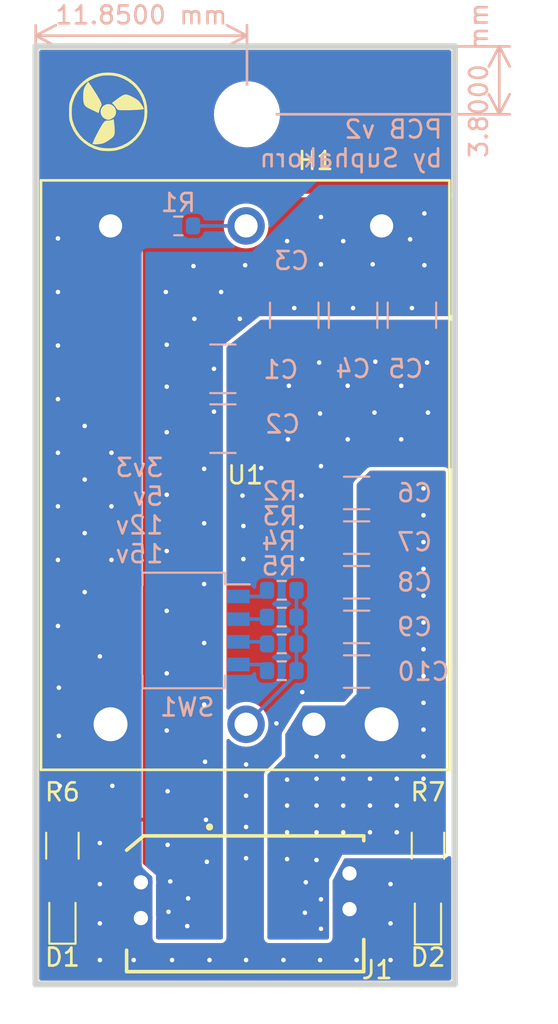
<source format=kicad_pcb>
(kicad_pcb (version 20211014) (generator pcbnew)
  (layers (0 "F.Cu" signal) (31 "B.Cu" signal) (34 "B.Paste" user) (35 "F.Paste" user) (36 "B.SilkS" user "B.Silkscreen") (37 "F.SilkS" user "F.Silkscreen") (38 "B.Mask" user) (39 "F.Mask" user) (44 "Edge.Cuts" user))
  (net 0 "")
  (net 1 "GND")
  (net 2 "Net-(D1-Pad2)")
  (net 3 "Net-(R4-Pad1)")
  (net 4 "+48V")
  (net 5 "+VSW")
  (net 6 "Net-(D2-Pad2)")
  (net 7 "Net-(R1-Pad2)")
  (net 8 "Net-(R2-Pad2)")
  (net 9 "Net-(R2-Pad1)")
  (net 10 "Net-(R3-Pad1)")
  (net 11 "Net-(R5-Pad1)")
  (footprint "LED_SMD:LED_0603_1608Metric" (layer "F.Cu") (at 139.75 124.75 90)
    (fp_text reference "D1" (at -2.25 0) (layer "F.SilkS"))
    (fp_text value "LED")
    (fp_line (start 0.8 -0.735) (end -1.485 -0.735) (layer "F.SilkS") (width 0.12))
    (fp_line (start -1.485 0.735) (end 0.8 0.735) (layer "F.SilkS") (width 0.12))
    (fp_line (start -1.485 -0.735) (end -1.485 0.735) (layer "F.SilkS") (width 0.12))
    (pad "1" smd roundrect locked (at -0.7875 0 90) (size 0.875 0.95) (layers "F.Cu" "F.Paste" "F.Mask") (net 1 "GND"))
    (pad "2" smd roundrect locked (at 0.7875 0 90) (size 0.875 0.95) (layers "F.Cu" "F.Paste" "F.Mask") (net 2 "Net-(D1-Pad2)"))
  )
  (footprint "LED_SMD:LED_0603_1608Metric" (layer "F.Cu") (at 160.25 124.7875 90)
    (fp_text reference "D2" (at -2.2125 0 180) (layer "F.SilkS"))
    (fp_text value "LED")
    (fp_line (start -1.485 0.735) (end 0.8 0.735) (layer "F.SilkS") (width 0.12))
    (fp_line (start 0.8 -0.735) (end -1.485 -0.735) (layer "F.SilkS") (width 0.12))
    (fp_line (start -1.485 -0.735) (end -1.485 0.735) (layer "F.SilkS") (width 0.12))
    (pad "1" smd roundrect locked (at -0.7875 0 90) (size 0.875 0.95) (layers "F.Cu" "F.Paste" "F.Mask") (net 1 "GND"))
    (pad "2" smd roundrect locked (at 0.7875 0 90) (size 0.875 0.95) (layers "F.Cu" "F.Paste" "F.Mask") (net 6 "Net-(D2-Pad2)"))
  )
  (footprint "extraparts:Samtec_mPOWER_UMPT_3pin" (layer "F.Cu") (at 150 124 180)
    (fp_text reference "J1" (at -7.4 -3.7) (layer "F.SilkS"))
    (fp_text value "Conn_01x03")
    (fp_line (start 6.65 -3.8) (end 6.65 -2.6) (layer "F.SilkS") (width 0.2))
    (fp_line (start -6.65 3.53) (end -6.65 3.8) (layer "F.SilkS") (width 0.2))
    (fp_line (start -6.65 3.8) (end 5.7 3.8) (layer "F.SilkS") (width 0.2))
    (fp_line (start -6.65 -3.8) (end 6.65 -3.8) (layer "F.SilkS") (width 0.2))
    (fp_line (start -6.65 -2) (end -6.65 -3.8) (layer "F.SilkS") (width 0.2))
    (fp_line (start 5.7 3.8) (end 6.65 3) (layer "F.SilkS") (width 0.2))
    (fp_circle (center 2 4.3) (end 2.1 4.3) (layer "F.SilkS") (width 0.2) (fill none))
    (pad "" thru_hole circle locked (at 5.85 -0.8 180) (size 1.308 1.308) (drill 0.8) (layers *.Cu *.Mask) (net 1 "GND"))
    (pad "" thru_hole circle locked (at 5.85 1.2 180) (size 1.308 1.308) (drill 0.8) (layers *.Cu *.Mask) (net 1 "GND"))
    (pad "" thru_hole circle locked (at -5.85 1.7 180) (size 1.308 1.308) (drill 0.8) (layers *.Cu *.Mask) (net 1 "GND"))
    (pad "" thru_hole circle locked (at -5.85 -0.3 180) (size 1.308 1.308) (drill 0.8) (layers *.Cu *.Mask) (net 1 "GND"))
    (pad "1" smd rect locked (at 2 0 180) (size 1.25 3.5) (layers "F.Cu" "F.Paste" "F.Mask") (net 4 "+48V"))
    (pad "2" smd rect locked (at 0 0 180) (size 1.25 3.5) (layers "F.Cu" "F.Paste" "F.Mask") (net 1 "GND"))
    (pad "3" smd rect locked (at -2 0 180) (size 1.25 3.5) (layers "F.Cu" "F.Paste" "F.Mask") (net 5 "+VSW"))
  )
  (footprint "Resistor_SMD:R_1206_3216Metric" (layer "F.Cu") (at 139.75 120.75 -90)
    (fp_text reference "R6" (at -3 0 180) (layer "F.SilkS"))
    (fp_text value "10k")
    (fp_line (start -0.727064 -0.91) (end 0.727064 -0.91) (layer "F.SilkS") (width 0.12))
    (fp_line (start -0.727064 0.91) (end 0.727064 0.91) (layer "F.SilkS") (width 0.12))
    (pad "1" smd roundrect locked (at -1.4625 0 270) (size 1.125 1.75) (layers "F.Cu" "F.Paste" "F.Mask") (roundrect_rratio 0.222222) (net 4 "+48V"))
    (pad "2" smd roundrect locked (at 1.4625 0 270) (size 1.125 1.75) (layers "F.Cu" "F.Paste" "F.Mask") (roundrect_rratio 0.222222) (net 2 "Net-(D1-Pad2)"))
  )
  (footprint "Resistor_SMD:R_1206_3216Metric" (layer "F.Cu") (at 160.25 120.75 -90)
    (fp_text reference "R7" (at -3 0 180) (layer "F.SilkS"))
    (fp_text value "1k")
    (fp_line (start -0.727064 0.91) (end 0.727064 0.91) (layer "F.SilkS") (width 0.12))
    (fp_line (start -0.727064 -0.91) (end 0.727064 -0.91) (layer "F.SilkS") (width 0.12))
    (pad "1" smd roundrect locked (at -1.4625 0 270) (size 1.125 1.75) (layers "F.Cu" "F.Paste" "F.Mask") (roundrect_rratio 0.222222) (net 5 "+VSW"))
    (pad "2" smd roundrect locked (at 1.4625 0 270) (size 1.125 1.75) (layers "F.Cu" "F.Paste" "F.Mask") (roundrect_rratio 0.222222) (net 6 "Net-(D2-Pad2)"))
  )
  (footprint "extraparts:I6A4W020A033V-001-R" (layer "F.Cu") (at 150 100 -90)
    (fp_text reference "U1" (at 0 0 180) (layer "F.SilkS"))
    (fp_text value "I6A4W020A033V-001-R")
    (fp_line (start -16.5 11.45) (end 16.5 11.45) (layer "F.SilkS") (width 0.15))
    (fp_line (start -16.5 -11.45) (end 16.5 -11.45) (layer "F.SilkS") (width 0.15))
    (fp_line (start 16.5 -11.45) (end 16.5 11.45) (layer "F.SilkS") (width 0.15))
    (fp_line (start -16.5 11.45) (end -16.5 -11.45) (layer "F.SilkS") (width 0.15))
    (pad "1" thru_hole circle locked (at -13.95 -7.65 270) (size 2.1 2.1) (drill 1.3) (layers *.Cu *.Mask) (net 4 "+48V"))
    (pad "2" thru_hole circle locked (at -13.95 -0.05 270) (size 2.1 2.1) (drill 1.3) (layers *.Cu *.Mask) (net 7 "Net-(R1-Pad2)"))
    (pad "3" thru_hole circle locked (at -13.95 7.55 270) (size 2.1 2.1) (drill 1.3) (layers *.Cu *.Mask) (net 1 "GND"))
    (pad "4" thru_hole circle locked (at 13.95 7.55 270) (size 2.9 2.9) (drill 1.9) (layers *.Cu *.Mask) (net 1 "GND"))
    (pad "6" thru_hole circle locked (at 13.95 -0.05 270) (size 2.1 2.1) (drill 1.3) (layers *.Cu *.Mask) (net 8 "Net-(R2-Pad2)"))
    (pad "7" thru_hole circle locked (at 13.95 -3.85 270) (size 2.1 2.1) (drill 1.3) (layers *.Cu *.Mask) (net 5 "+VSW"))
    (pad "8" thru_hole circle locked (at 13.95 -7.65 270) (size 2.9 2.9) (drill 1.9) (layers *.Cu *.Mask) (net 5 "+VSW"))
  )
  (footprint "MountingHole:MountingHole_3.2mm_M3" (layer "F.Cu") (at 150.1 79.8)
    (fp_text reference "H1" (at 3.85 2.6) (layer "F.SilkS"))
    (fp_text value "MountingHole")
    (pad "" np_thru_hole circle (at 0 0) (size 3.2 3.2) (drill 3.2) (layers *.Cu *.Mask))
  )
  (footprint "extraparts:auv_logo" (layer "F.Cu") (at 142.3 79.65)
    (fp_text reference "G***" hide)
    (fp_text value "LOGO" hide)
    (fp_poly (pts (xy 1.099385 -0.940654) (xy 1.231104 -0.891651) (xy 1.377982 -0.821833) (xy 1.523269 -0.74045) (xy 1.650217 -0.656748) (xy 1.728325 -0.59339) (xy 1.783631 -0.533135) (xy 1.844226 -0.453861) (xy 1.903575 -0.366142) (xy 1.955141 -0.280553) (xy 1.992389 -0.207669) (xy 2.008782 -0.158064) (xy 2.00606 -0.144032) (xy 1.968775 -0.131776) (xy 1.888945 -0.120307) (xy 1.774826 -0.109864) (xy 1.63467 -0.10069) (xy 1.476731 -0.093024) (xy 1.309262 -0.087109) (xy 1.140517 -0.083185) (xy 0.978749 -0.081494) (xy 0.832212 -0.082277) (xy 0.709159 -0.085775) (xy 0.617843 -0.092228) (xy 0.566519 -0.101879) (xy 0.566301 -0.101966) (xy 0.520006 -0.138107) (xy 0.472424 -0.200991) (xy 0.459604 -0.223887) (xy 0.407103 -0.303311) (xy 0.33674 -0.382429) (xy 0.312403 -0.404549) (xy 0.262202 -0.452626) (xy 0.238766 -0.487196) (xy 0.2413 -0.497089) (xy 0.270395 -0.515939) (xy 0.331278 -0.55917) (xy 0.415241 -0.620491) (xy 0.513577 -0.693611) (xy 0.5207 -0.698953) (xy 0.668794 -0.806352) (xy 0.787233 -0.882342) (xy 0.883583 -0.930084) (xy 0.965413 -0.952739) (xy 1.04029 -0.953468) (xy 1.099385 -0.940654)) (layer "F.SilkS") (width 0.01) (fill solid))
    (fp_poly (pts (xy 0.184223 -0.389007) (xy 0.293037 -0.322752) (xy 0.379247 -0.228185) (xy 0.436311 -0.112771) (xy 0.457687 0.016022) (xy 0.436831 0.150727) (xy 0.430108 0.169796) (xy 0.368652 0.271393) (xy 0.273747 0.360206) (xy 0.161031 0.425174) (xy 0.046144 0.455232) (xy 0.0254 0.456084) (xy -0.037835 0.445439) (xy -0.117232 0.418923) (xy -0.1397 0.409192) (xy -0.263177 0.328709) (xy -0.348247 0.22494) (xy -0.395594 0.106535) (xy -0.405906 -0.017858) (xy -0.379867 -0.139587) (xy -0.318162 -0.250004) (xy -0.221478 -0.340458) (xy -0.090499 -0.4023) (xy -0.075046 -0.406711) (xy 0.059348 -0.419482) (xy 0.184223 -0.389007)) (layer "F.SilkS") (width 0.01) (fill solid))
    (fp_poly (pts (xy -1.04904 -1.585359) (xy -0.998719 -1.51774) (xy -0.929039 -1.416159) (xy -0.846241 -1.290533) (xy -0.756568 -1.150774) (xy -0.666265 -1.006799) (xy -0.581573 -0.868521) (xy -0.508737 -0.745856) (xy -0.453998 -0.648719) (xy -0.431062 -0.603927) (xy -0.381349 -0.487058) (xy -0.360028 -0.400202) (xy -0.366216 -0.331854) (xy -0.399031 -0.270509) (xy -0.40492 -0.262813) (xy -0.438433 -0.20169) (xy -0.46961 -0.114765) (xy -0.482921 -0.061957) (xy -0.501385 0.012983) (xy -0.519066 0.062004) (xy -0.528851 0.073445) (xy -0.560464 0.060697) (xy -0.617569 0.032446) (xy -0.635 0.023269) (xy -0.697661 -0.008265) (xy -0.790985 -0.052981) (xy -0.899231 -0.103394) (xy -0.952493 -0.127701) (xy -1.097584 -0.197641) (xy -1.20571 -0.263712) (xy -1.28228 -0.335026) (xy -1.332705 -0.420699) (xy -1.362392 -0.529842) (xy -1.376751 -0.671569) (xy -1.381159 -0.849924) (xy -1.378035 -1.024628) (xy -1.363335 -1.163694) (xy -1.333076 -1.28171) (xy -1.283275 -1.393267) (xy -1.20995 -1.512955) (xy -1.19363 -1.536948) (xy -1.109369 -1.659417) (xy -1.04904 -1.585359)) (layer "F.SilkS") (width 0.01) (fill solid))
    (fp_poly (pts (xy 0.351604 -2.160688) (xy 0.671753 -2.08981) (xy 0.972253 -1.972157) (xy 1.252212 -1.808119) (xy 1.510737 -1.598086) (xy 1.630021 -1.477739) (xy 1.839991 -1.215991) (xy 2.002911 -0.93511) (xy 2.118822 -0.634993) (xy 2.187763 -0.315534) (xy 2.2098 0.0127) (xy 2.186349 0.351008) (xy 2.115969 0.669872) (xy 1.998619 0.969399) (xy 1.834258 1.249691) (xy 1.630021 1.503138) (xy 1.38241 1.735058) (xy 1.110187 1.922546) (xy 0.813487 2.065527) (xy 0.492444 2.163924) (xy 0.452121 2.172768) (xy 0.313825 2.192783) (xy 0.144063 2.203795) (xy -0.039327 2.205853) (xy -0.218508 2.199002) (xy -0.375644 2.183289) (xy -0.448405 2.170408) (xy -0.764564 2.075341) (xy -1.062168 1.933673) (xy -1.33807 1.747213) (xy -1.589122 1.517765) (xy -1.593837 1.512783) (xy -1.77957 1.290712) (xy -1.929224 1.052972) (xy -2.051031 0.785774) (xy -2.087552 0.6858) (xy -2.118104 0.595641) (xy -2.14011 0.521748) (xy -2.154972 0.45282) (xy -2.164091 0.37756) (xy -2.168866 0.284667) (xy -2.1707 0.162843) (xy -2.170893 0.063128) (xy -2.029808 0.063128) (xy -2.022089 0.242514) (xy -2.004373 0.398674) (xy -1.992979 0.4572) (xy -1.89579 0.767685) (xy -1.754726 1.055028) (xy -1.572476 1.31538) (xy -1.351729 1.544892) (xy -1.0987 1.737438) (xy -0.923147 1.840251) (xy -0.744055 1.92089) (xy -0.540982 1.988141) (xy -0.4699 2.00766) (xy -0.323097 2.035102) (xy -0.14486 2.051264) (xy 0.046667 2.05593) (xy 0.233339 2.04889) (xy 0.397009 2.029929) (xy 0.453922 2.018502) (xy 0.767719 1.919579) (xy 1.055336 1.778466) (xy 1.313745 1.598193) (xy 1.539917 1.381788) (xy 1.730823 1.13228) (xy 1.883433 0.852699) (xy 1.99472 0.546073) (xy 2.018502 0.453922) (xy 2.04057 0.31764) (xy 2.052852 0.149603) (xy 2.055348 -0.032095) (xy 2.048058 -0.209361) (xy 2.030981 -0.364101) (xy 2.018502 -0.428523) (xy 1.919596 -0.742686) (xy 1.778707 -1.030366) (xy 1.598736 -1.288603) (xy 1.382586 -1.514433) (xy 1.13316 -1.704894) (xy 0.85336 -1.857024) (xy 0.54609 -1.967859) (xy 0.497586 -1.980797) (xy 0.328728 -2.011745) (xy 0.132269 -2.028634) (xy -0.072665 -2.03121) (xy -0.266948 -2.019219) (xy -0.428523 -1.993103) (xy -0.740968 -1.894587) (xy -1.027919 -1.754001) (xy -1.286136 -1.574576) (xy -1.512383 -1.359543) (xy -1.703421 -1.112135) (xy -1.856013 -0.835581) (xy -1.966919 -0.533115) (xy -1.992979 -0.4318) (xy -2.015253 -0.292287) (xy -2.027529 -0.121225) (xy -2.029808 0.063128) (xy -2.170893 0.063128) (xy -2.170992 0.0127) (xy -2.170643 -0.146413) (xy -2.168662 -0.266026) (xy -2.163648 -0.357437) (xy -2.1542 -0.431947) (xy -2.138919 -0.500854) (xy -2.116402 -0.575457) (xy -2.087552 -0.6604) (xy -1.992901 -0.902251) (xy -1.885431 -1.10919) (xy -1.755411 -1.297012) (xy -1.593108 -1.481512) (xy -1.5621 -1.513185) (xy -1.367521 -1.6952) (xy -1.180703 -1.838516) (xy -0.989783 -1.951289) (xy -0.80626 -2.032785) (xy -0.544357 -2.118251) (xy -0.286838 -2.167365) (xy -0.011117 -2.184309) (xy 0.0127 -2.184401) (xy 0.351604 -2.160688)) (layer "F.SilkS") (width 0.01) (fill solid))
    (fp_poly (pts (xy 0.317943 0.437816) (xy 0.326452 0.470112) (xy 0.336989 0.541361) (xy 0.348428 0.639813) (xy 0.35964 0.75372) (xy 0.369499 0.871333) (xy 0.376876 0.980901) (xy 0.380645 1.070677) (xy 0.380905 1.09392) (xy 0.375208 1.215889) (xy 0.353597 1.311122) (xy 0.309078 1.391103) (xy 0.23466 1.467315) (xy 0.123351 1.55124) (xy 0.087517 1.575733) (xy -0.05618 1.668922) (xy -0.174815 1.734762) (xy -0.282395 1.778377) (xy -0.392927 1.804889) (xy -0.520415 1.819421) (xy -0.590054 1.823563) (xy -0.706715 1.828014) (xy -0.782214 1.827085) (xy -0.826 1.819774) (xy -0.847524 1.805076) (xy -0.852506 1.795674) (xy -0.846124 1.761067) (xy -0.819068 1.689825) (xy -0.775218 1.589783) (xy -0.718455 1.468779) (xy -0.65266 1.334648) (xy -0.581714 1.195226) (xy -0.509497 1.058349) (xy -0.43989 0.931854) (xy -0.376774 0.823575) (xy -0.348918 0.778804) (xy -0.274668 0.665806) (xy -0.217275 0.589446) (xy -0.167773 0.542612) (xy -0.117197 0.518194) (xy -0.056581 0.509082) (xy -0.007457 0.508) (xy 0.091297 0.50046) (xy 0.185798 0.481359) (xy 0.220615 0.469566) (xy 0.280038 0.446763) (xy 0.314842 0.437266) (xy 0.317943 0.437816)) (layer "F.SilkS") (width 0.01) (fill solid))
  )
  (footprint "Capacitor_SMD:C_1210_3225Metric" (layer "B.Cu") (at 148.75 94.05)
    (fp_text reference "C1" (at 3.25 0.05 180) (layer "B.SilkS") (effects (justify mirror)))
    (fp_text value "10u")
    (fp_line (start -0.711252 1.36) (end 0.711252 1.36) (layer "B.SilkS") (width 0.12))
    (fp_line (start -0.711252 -1.36) (end 0.711252 -1.36) (layer "B.SilkS") (width 0.12))
    (pad "1" smd roundrect locked (at -1.475 0) (size 1.15 2.7) (layers "B.Cu" "B.Paste" "B.Mask") (roundrect_rratio 0.217391) (net 4 "+48V"))
    (pad "2" smd roundrect locked (at 1.475 0) (size 1.15 2.7) (layers "B.Cu" "B.Paste" "B.Mask") (roundrect_rratio 0.217391) (net 1 "GND"))
  )
  (footprint "Capacitor_SMD:C_1210_3225Metric" (layer "B.Cu") (at 148.75 97.4)
    (fp_text reference "C2" (at 3.35 -0.25 180) (layer "B.SilkS") (effects (justify mirror)))
    (fp_text value "10u")
    (fp_line (start -0.711252 -1.36) (end 0.711252 -1.36) (layer "B.SilkS") (width 0.12))
    (fp_line (start -0.711252 1.36) (end 0.711252 1.36) (layer "B.SilkS") (width 0.12))
    (pad "1" smd roundrect locked (at -1.475 0) (size 1.15 2.7) (layers "B.Cu" "B.Paste" "B.Mask") (roundrect_rratio 0.217391) (net 4 "+48V"))
    (pad "2" smd roundrect locked (at 1.475 0) (size 1.15 2.7) (layers "B.Cu" "B.Paste" "B.Mask") (roundrect_rratio 0.217391) (net 1 "GND"))
  )
  (footprint "Capacitor_SMD:C_1210_3225Metric" (layer "B.Cu") (at 152.75 91.05 -90)
    (fp_text reference "C3" (at -3.05 0.15) (layer "B.SilkS") (effects (justify mirror)))
    (fp_text value "10u")
    (fp_line (start -0.711252 1.36) (end 0.711252 1.36) (layer "B.SilkS") (width 0.12))
    (fp_line (start -0.711252 -1.36) (end 0.711252 -1.36) (layer "B.SilkS") (width 0.12))
    (pad "1" smd roundrect locked (at -1.475 0 270) (size 1.15 2.7) (layers "B.Cu" "B.Paste" "B.Mask") (roundrect_rratio 0.217391) (net 4 "+48V"))
    (pad "2" smd roundrect locked (at 1.475 0 270) (size 1.15 2.7) (layers "B.Cu" "B.Paste" "B.Mask") (roundrect_rratio 0.217391) (net 1 "GND"))
  )
  (footprint "Capacitor_SMD:C_1210_3225Metric" (layer "B.Cu") (at 156.05 91.05 -90)
    (fp_text reference "C4" (at 3 0) (layer "B.SilkS") (effects (justify mirror)))
    (fp_text value "10u")
    (fp_line (start -0.711252 -1.36) (end 0.711252 -1.36) (layer "B.SilkS") (width 0.12))
    (fp_line (start -0.711252 1.36) (end 0.711252 1.36) (layer "B.SilkS") (width 0.12))
    (pad "1" smd roundrect locked (at -1.475 0 270) (size 1.15 2.7) (layers "B.Cu" "B.Paste" "B.Mask") (roundrect_rratio 0.217391) (net 4 "+48V"))
    (pad "2" smd roundrect locked (at 1.475 0 270) (size 1.15 2.7) (layers "B.Cu" "B.Paste" "B.Mask") (roundrect_rratio 0.217391) (net 1 "GND"))
  )
  (footprint "Capacitor_SMD:C_1210_3225Metric" (layer "B.Cu") (at 159.35 91.05 -90)
    (fp_text reference "C5" (at 3 0.35) (layer "B.SilkS") (effects (justify mirror)))
    (fp_text value "10u")
    (fp_line (start -0.711252 1.36) (end 0.711252 1.36) (layer "B.SilkS") (width 0.12))
    (fp_line (start -0.711252 -1.36) (end 0.711252 -1.36) (layer "B.SilkS") (width 0.12))
    (pad "1" smd roundrect locked (at -1.475 0 270) (size 1.15 2.7) (layers "B.Cu" "B.Paste" "B.Mask") (roundrect_rratio 0.217391) (net 4 "+48V"))
    (pad "2" smd roundrect locked (at 1.475 0 270) (size 1.15 2.7) (layers "B.Cu" "B.Paste" "B.Mask") (roundrect_rratio 0.217391) (net 1 "GND"))
  )
  (footprint "Resistor_SMD:R_0603_1608Metric" (layer "B.Cu") (at 146.25 86.05)
    (fp_text reference "R1" (at 0 -1.3) (layer "B.SilkS") (effects (justify mirror)))
    (fp_text value "0")
    (fp_line (start -0.237258 0.5225) (end 0.237258 0.5225) (layer "B.SilkS") (width 0.12))
    (fp_line (start -0.237258 -0.5225) (end 0.237258 -0.5225) (layer "B.SilkS") (width 0.12))
    (pad "1" smd roundrect locked (at -0.825 0) (size 0.8 0.95) (layers "B.Cu" "B.Paste" "B.Mask") (net 1 "GND"))
    (pad "2" smd roundrect locked (at 0.825 0) (size 0.8 0.95) (layers "B.Cu" "B.Paste" "B.Mask") (net 7 "Net-(R1-Pad2)"))
  )
  (footprint "Resistor_SMD:R_0603_1608Metric" (layer "B.Cu") (at 152.05 106.45)
    (fp_text reference "R2" (at -0.1 -5.55) (layer "B.SilkS") (effects (justify mirror)))
    (fp_text value "30.3k")
    (fp_line (start -0.237258 -0.5225) (end 0.237258 -0.5225) (layer "B.SilkS") (width 0.12))
    (fp_line (start -0.237258 0.5225) (end 0.237258 0.5225) (layer "B.SilkS") (width 0.12))
    (pad "1" smd roundrect locked (at -0.825 0) (size 0.8 0.95) (layers "B.Cu" "B.Paste" "B.Mask") (net 9 "Net-(R2-Pad1)"))
    (pad "2" smd roundrect locked (at 0.825 0) (size 0.8 0.95) (layers "B.Cu" "B.Paste" "B.Mask") (net 8 "Net-(R2-Pad2)"))
  )
  (footprint "Resistor_SMD:R_0603_1608Metric" (layer "B.Cu") (at 152.05 107.95)
    (fp_text reference "R3" (at -0.1 -5.65) (layer "B.SilkS") (effects (justify mirror)))
    (fp_text value "8.57k")
    (fp_line (start -0.237258 0.5225) (end 0.237258 0.5225) (layer "B.SilkS") (width 0.12))
    (fp_line (start -0.237258 -0.5225) (end 0.237258 -0.5225) (layer "B.SilkS") (width 0.12))
    (pad "1" smd roundrect locked (at -0.825 0) (size 0.8 0.95) (layers "B.Cu" "B.Paste" "B.Mask") (net 10 "Net-(R3-Pad1)"))
    (pad "2" smd roundrect locked (at 0.825 0) (size 0.8 0.95) (layers "B.Cu" "B.Paste" "B.Mask") (net 8 "Net-(R2-Pad2)"))
  )
  (footprint "Resistor_SMD:R_0603_1608Metric" (layer "B.Cu") (at 152.05 109.45)
    (fp_text reference "R4" (at -0.15 -5.75) (layer "B.SilkS") (effects (justify mirror)))
    (fp_text value "1.82k")
    (fp_line (start -0.237258 0.5225) (end 0.237258 0.5225) (layer "B.SilkS") (width 0.12))
    (fp_line (start -0.237258 -0.5225) (end 0.237258 -0.5225) (layer "B.SilkS") (width 0.12))
    (pad "1" smd roundrect locked (at -0.825 0) (size 0.8 0.95) (layers "B.Cu" "B.Paste" "B.Mask") (net 3 "Net-(R4-Pad1)"))
    (pad "2" smd roundrect locked (at 0.825 0) (size 0.8 0.95) (layers "B.Cu" "B.Paste" "B.Mask") (net 8 "Net-(R2-Pad2)"))
  )
  (footprint "Resistor_SMD:R_0603_1608Metric" (layer "B.Cu") (at 152.05 110.95)
    (fp_text reference "R5" (at -0.15 -5.85) (layer "B.SilkS") (effects (justify mirror)))
    (fp_text value "1.25k")
    (fp_line (start -0.237258 0.5225) (end 0.237258 0.5225) (layer "B.SilkS") (width 0.12))
    (fp_line (start -0.237258 -0.5225) (end 0.237258 -0.5225) (layer "B.SilkS") (width 0.12))
    (pad "1" smd roundrect locked (at -0.825 0) (size 0.8 0.95) (layers "B.Cu" "B.Paste" "B.Mask") (net 11 "Net-(R5-Pad1)"))
    (pad "2" smd roundrect locked (at 0.825 0) (size 0.8 0.95) (layers "B.Cu" "B.Paste" "B.Mask") (net 8 "Net-(R2-Pad2)"))
  )
  (footprint "Button_Switch_SMD:SW_DIP_SPSTx04_Slide_Omron_A6H-4101_W6.15mm_P1.27mm" (layer "B.Cu") (at 146.55 108.7 180)
    (fp_text reference "SW1" (at -0.2 -4.3) (layer "B.SilkS") (effects (justify mirror)))
    (fp_text value "SW_DIP_x04")
    (fp_line (start -2.309 3.235) (end -2.309 2.585) (layer "B.SilkS") (width 0.12))
    (fp_line (start -2.309 3.235) (end 2.31 3.235) (layer "B.SilkS") (width 0.12))
    (fp_line (start -2.309 -2.525) (end -2.309 -3.235) (layer "B.SilkS") (width 0.12))
    (fp_line (start 2.31 -2.525) (end 2.31 -3.235) (layer "B.SilkS") (width 0.12))
    (fp_line (start -2.309 -3.235) (end 2.31 -3.235) (layer "B.SilkS") (width 0.12))
    (fp_line (start -3.7 2.585) (end -2.309 2.585) (layer "B.SilkS") (width 0.12))
    (fp_line (start 2.31 3.235) (end 2.31 2.525) (layer "B.SilkS") (width 0.12))
    (pad "1" smd rect locked (at -3.075 1.905 180) (size 1.25 0.76) (layers "B.Cu" "B.Paste" "B.Mask") (net 9 "Net-(R2-Pad1)"))
    (pad "2" smd rect locked (at -3.075 0.635 180) (size 1.25 0.76) (layers "B.Cu" "B.Paste" "B.Mask") (net 10 "Net-(R3-Pad1)"))
    (pad "3" smd rect locked (at -3.075 -0.635 180) (size 1.25 0.76) (layers "B.Cu" "B.Paste" "B.Mask") (net 3 "Net-(R4-Pad1)"))
    (pad "4" smd rect locked (at -3.075 -1.905 180) (size 1.25 0.76) (layers "B.Cu" "B.Paste" "B.Mask") (net 11 "Net-(R5-Pad1)"))
    (pad "5" smd rect locked (at 3.075 -1.905 180) (size 1.25 0.76) (layers "B.Cu" "B.Paste" "B.Mask") (net 1 "GND"))
    (pad "6" smd rect locked (at 3.075 -0.635 180) (size 1.25 0.76) (layers "B.Cu" "B.Paste" "B.Mask") (net 1 "GND"))
    (pad "7" smd rect locked (at 3.075 0.635 180) (size 1.25 0.76) (layers "B.Cu" "B.Paste" "B.Mask") (net 1 "GND"))
    (pad "8" smd rect locked (at 3.075 1.905 180) (size 1.25 0.76) (layers "B.Cu" "B.Paste" "B.Mask") (net 1 "GND"))
  )
  (footprint "Capacitor_SMD:C_1206_3216Metric" (layer "B.Cu") (at 156.25 101 180)
    (fp_text reference "C6" (at -3.25 0) (layer "B.SilkS") (effects (justify mirror)))
    (fp_text value "47u")
    (fp_line (start -0.711252 0.91) (end 0.711252 0.91) (layer "B.SilkS") (width 0.12))
    (fp_line (start -0.711252 -0.91) (end 0.711252 -0.91) (layer "B.SilkS") (width 0.12))
    (pad "1" smd roundrect locked (at -1.475 0 180) (size 1.15 1.8) (layers "B.Cu" "B.Paste" "B.Mask") (roundrect_rratio 0.217391) (net 5 "+VSW"))
    (pad "2" smd roundrect locked (at 1.475 0 180) (size 1.15 1.8) (layers "B.Cu" "B.Paste" "B.Mask") (roundrect_rratio 0.217391) (net 1 "GND"))
  )
  (footprint "Capacitor_SMD:C_1206_3216Metric" (layer "B.Cu") (at 156.25 106 180)
    (fp_text reference "C8" (at -3.25 0 180) (layer "B.SilkS") (effects (justify mirror)))
    (fp_text value "47u")
    (fp_line (start -0.711252 -0.91) (end 0.711252 -0.91) (layer "B.SilkS") (width 0.12))
    (fp_line (start -0.711252 0.91) (end 0.711252 0.91) (layer "B.SilkS") (width 0.12))
    (pad "1" smd roundrect locked (at -1.475 0 180) (size 1.15 1.8) (layers "B.Cu" "B.Paste" "B.Mask") (roundrect_rratio 0.217391) (net 5 "+VSW"))
    (pad "2" smd roundrect locked (at 1.475 0 180) (size 1.15 1.8) (layers "B.Cu" "B.Paste" "B.Mask") (roundrect_rratio 0.217391) (net 1 "GND"))
  )
  (footprint "Capacitor_SMD:C_1206_3216Metric" (layer "B.Cu") (at 156.25 108.5 180)
    (fp_text reference "C9" (at -3.25 0 180) (layer "B.SilkS") (effects (justify mirror)))
    (fp_text value "47u")
    (fp_line (start -0.711252 0.91) (end 0.711252 0.91) (layer "B.SilkS") (width 0.12))
    (fp_line (start -0.711252 -0.91) (end 0.711252 -0.91) (layer "B.SilkS") (width 0.12))
    (pad "1" smd roundrect locked (at -1.475 0 180) (size 1.15 1.8) (layers "B.Cu" "B.Paste" "B.Mask") (roundrect_rratio 0.217391) (net 5 "+VSW"))
    (pad "2" smd roundrect locked (at 1.475 0 180) (size 1.15 1.8) (layers "B.Cu" "B.Paste" "B.Mask") (roundrect_rratio 0.217391) (net 1 "GND"))
  )
  (footprint "Capacitor_SMD:C_1206_3216Metric" (layer "B.Cu") (at 156.25 103.5 180)
    (fp_text reference "C7" (at -3.25 -0.25 180) (layer "B.SilkS") (effects (justify mirror)))
    (fp_text value "47u")
    (fp_line (start -0.711252 -0.91) (end 0.711252 -0.91) (layer "B.SilkS") (width 0.12))
    (fp_line (start -0.711252 0.91) (end 0.711252 0.91) (layer "B.SilkS") (width 0.12))
    (pad "1" smd roundrect locked (at -1.475 0 180) (size 1.15 1.8) (layers "B.Cu" "B.Paste" "B.Mask") (roundrect_rratio 0.217391) (net 5 "+VSW"))
    (pad "2" smd roundrect locked (at 1.475 0 180) (size 1.15 1.8) (layers "B.Cu" "B.Paste" "B.Mask") (roundrect_rratio 0.217391) (net 1 "GND"))
  )
  (footprint "Capacitor_SMD:C_1206_3216Metric" (layer "B.Cu") (at 156.25 111 180)
    (fp_text reference "C10" (at -3.75 0 180) (layer "B.SilkS") (effects (justify mirror)))
    (fp_text value "47u")
    (fp_line (start -0.711252 -0.91) (end 0.711252 -0.91) (layer "B.SilkS") (width 0.12))
    (fp_line (start -0.711252 0.91) (end 0.711252 0.91) (layer "B.SilkS") (width 0.12))
    (pad "1" smd roundrect locked (at -1.475 0 180) (size 1.15 1.8) (layers "B.Cu" "B.Paste" "B.Mask") (roundrect_rratio 0.217391) (net 5 "+VSW"))
    (pad "2" smd roundrect locked (at 1.475 0 180) (size 1.15 1.8) (layers "B.Cu" "B.Paste" "B.Mask") (roundrect_rratio 0.217391) (net 1 "GND"))
  )
  (gr_line (start 138.25 76) (end 138.25 128.5) (layer "Edge.Cuts") (width 0.3556))
  (gr_line (start 161.75 128.5) (end 161.75 76) (layer "Edge.Cuts") (width 0.3556))
  (gr_line (start 161.75 76) (end 138.25 76) (layer "Edge.Cuts") (width 0.3556))
  (gr_line (start 138.25 128.5) (end 161.75 128.5) (layer "Edge.Cuts") (width 0.3556))
  (gr_text "3v3\n5v\n12v\n15v" (at 145.5 102) (layer "B.SilkS") (effects (font (size 1 1)) (justify left mirror)))
  (gr_text "PCB v2\nby Suphakorn" (at 161.15 81.45) (layer "B.SilkS") (effects (font (size 1 1)) (justify left mirror)))
  (dimension (type aligned) (layer "B.SilkS") (pts (xy 150.1 79.8) (xy 138.25 79.8)) (height 4.399999) (gr_text "11.8500 mm" (at 144.175 74.250001) (layer "B.SilkS") (effects (font (size 1 1) (thickness 0.15)))) (format (units 3) (units_format 1) (precision 4)) (style (thickness 0.15) (arrow_length 1.27) (text_position_mode 0) (extension_height 0.58642) (extension_offset 0.5) keep_text_aligned))
  (dimension (type aligned) (layer "B.SilkS") (pts (xy 150.1 79.8) (xy 150.1 76)) (height 14.15) (gr_text "3.8000 mm" (at 163.1 77.9 90) (layer "B.SilkS") (effects (font (size 1 1) (thickness 0.15)))) (format (units 3) (units_format 1) (precision 4)) (style (thickness 0.15) (arrow_length 1.27) (text_position_mode 0) (extension_height 0.58642) (extension_offset 0.5) keep_text_aligned))
  (via (at 139.5 108.45) (size 0.6604) (drill 0.254) (layers "F.Cu" "B.Cu") (net 1))
  (via (at 150.05 116.2) (size 0.6604) (drill 0.254) (layers "F.Cu" "B.Cu") (net 1))
  (via (at 160.2 93.7) (size 0.6604) (drill 0.254) (layers "F.Cu" "B.Cu") (net 1))
  (via (at 139.5 98.75) (size 0.6604) (drill 0.254) (layers "F.Cu" "B.Cu") (net 1))
  (via (at 153.15 101.15) (size 0.6604) (drill 0.254) (layers "F.Cu" "B.Cu") (net 1))
  (via (at 139.5 101.75) (size 0.6604) (drill 0.254) (layers "F.Cu" "B.Cu") (net 1))
  (via (at 152.4 98) (size 0.6604) (drill 0.254) (layers "F.Cu" "B.Cu") (net 1))
  (via (at 153.2 104.7) (size 0.6604) (drill 0.254) (layers "F.Cu" "B.Cu") (net 1))
  (via (at 152.15 127.15) (size 0.6604) (drill 0.254) (layers "F.Cu" "B.Cu") (net 1))
  (via (at 154.25 99.5) (size 0.6604) (drill 0.254) (layers "F.Cu" "B.Cu") (net 1))
  (via (at 150.9 99.6) (size 0.6604) (drill 0.254) (layers "F.Cu" "B.Cu") (net 1))
  (via (at 141.85 125.1) (size 0.6604) (drill 0.254) (layers "F.Cu" "B.Cu") (net 1))
  (via (at 141.85 127.15) (size 0.6604) (drill 0.254) (layers "F.Cu" "B.Cu") (net 1))
  (via (at 154.2 96.55) (size 0.6604) (drill 0.254) (layers "F.Cu" "B.Cu") (net 1))
  (via (at 150.05 121.45) (size 0.6604) (drill 0.254) (layers "F.Cu" "B.Cu") (net 1))
  (via (at 149.9 104.7) (size 0.6604) (drill 0.254) (layers "F.Cu" "B.Cu") (net 1))
  (via (at 148 127.15) (size 0.6604) (drill 0.254) (layers "F.Cu" "B.Cu") (net 1))
  (via (at 142.5 101.75) (size 0.6604) (drill 0.254) (layers "F.Cu" "B.Cu") (net 1))
  (via (at 145.9 127.15) (size 0.6604) (drill 0.254) (layers "F.Cu" "B.Cu") (net 1))
  (via (at 150.05 119.7) (size 0.6604) (drill 0.254) (layers "F.Cu" "B.Cu") (net 1))
  (via (at 139.5 89.75) (size 0.6604) (drill 0.254) (layers "F.Cu" "B.Cu") (net 1))
  (via (at 151.75 113.9) (size 0.6604) (drill 0.254) (layers "F.Cu" "B.Cu") (net 1))
  (via (at 158.75 98) (size 0.6604) (drill 0.254) (layers "F.Cu" "B.Cu") (net 1))
  (via (at 139.55 114.6) (size 0.6604) (drill 0.254) (layers "F.Cu" "B.Cu") (net 1))
  (via (at 152.45 95) (size 0.6604) (drill 0.254) (layers "F.Cu" "B.Cu") (net 1))
  (via (at 155.75 98) (size 0.6604) (drill 0.254) (layers "F.Cu" "B.Cu") (net 1))
  (via (at 154.2 127.15) (size 0.6604) (drill 0.254) (layers "F.Cu" "B.Cu") (net 1))
  (via (at 157.3 93.65) (size 0.6604) (drill 0.254) (layers "F.Cu" "B.Cu") (net 1))
  (via (at 150.05 117.95) (size 0.6604) (drill 0.254) (layers "F.Cu" "B.Cu") (net 1))
  (via (at 141 97.25) (size 0.6604) (drill 0.254) (layers "F.Cu" "B.Cu") (net 1))
  (via (at 158.15 125.1) (size 0.6604) (drill 0.254) (layers "F.Cu" "B.Cu") (net 1))
  (via (at 141 100.25) (size 0.6604) (drill 0.254) (layers "F.Cu" "B.Cu") (net 1))
  (via (at 141 106.55) (size 0.6604) (drill 0.254) (layers "F.Cu" "B.Cu") (net 1))
  (via (at 149.9 102.85) (size 0.6604) (drill 0.254) (layers "F.Cu" "B.Cu") (net 1))
  (via (at 160.25 96.5) (size 0.6604) (drill 0.254) (layers "F.Cu" "B.Cu") (net 1))
  (via (at 158.75 95) (size 0.6604) (drill 0.254) (layers "F.Cu" "B.Cu") (net 1))
  (via (at 143.75 127.15) (size 0.6604) (drill 0.254) (layers "F.Cu" "B.Cu") (net 1))
  (via (at 158.15 127.15) (size 0.6604) (drill 0.254) (layers "F.Cu" "B.Cu") (net 1))
  (via (at 154.15 93.7) (size 0.6604) (drill 0.254) (layers "F.Cu" "B.Cu") (net 1))
  (via (at 141.85 120.6) (size 0.6604) (drill 0.254) (layers "F.Cu" "B.Cu") (net 1))
  (via (at 139.5 92.75) (size 0.6604) (drill 0.254) (layers "F.Cu" "B.Cu") (net 1))
  (via (at 141.85 110.15) (size 0.6604) (drill 0.254) (layers "F.Cu" "B.Cu") (net 1))
  (via (at 142.5 104.75) (size 0.6604) (drill 0.254) (layers "F.Cu" "B.Cu") (net 1))
  (via (at 158.15 122.9) (size 0.6604) (drill 0.254) (layers "F.Cu" "B.Cu") (net 1))
  (via (at 139.5 104.75) (size 0.6604) (drill 0.254) (layers "F.Cu" "B.Cu") (net 1))
  (via (at 139.5 95.75) (size 0.6604) (drill 0.254) (layers "F.Cu" "B.Cu") (net 1))
  (via (at 153.2 112.15) (size 0.6604) (drill 0.254) (layers "F.Cu" "B.Cu") (net 1))
  (via (at 157.25 96.5) (size 0.6604) (drill 0.254) (layers "F.Cu" "B.Cu") (net 1))
  (via (at 149.85 101.15) (size 0.6604) (drill 0.254) (layers "F.Cu" "B.Cu") (net 1))
  (via (at 142.5 98.75) (size 0.6604) (drill 0.254) (layers "F.Cu" "B.Cu") (net 1))
  (via (at 142.55 117.4) (size 0.6604) (drill 0.254) (layers "F.Cu" "B.Cu") (net 1))
  (via (at 139.6 117.4) (size 0.6604) (drill 0.254) (layers "F.Cu" "B.Cu") (net 1))
  (via (at 141 103.25) (size 0.6604) (drill 0.254) (layers "F.Cu" "B.Cu") (net 1))
  (via (at 155.75 95) (size 0.6604) (drill 0.254) (layers "F.Cu" "B.Cu") (net 1))
  (via (at 156.25 127.15) (size 0.6604) (drill 0.254) (layers "F.Cu" "B.Cu") (net 1))
  (via (at 150.05 127.15) (size 0.6604) (drill 0.254) (layers "F.Cu" "B.Cu") (net 1))
  (via (at 141.85 122.9) (size 0.6604) (drill 0.254) (layers "F.Cu" "B.Cu") (net 1))
  (via (at 139.55 111.9) (size 0.6604) (drill 0.254) (layers "F.Cu" "B.Cu") (net 1))
  (via (at 153.15 102.9) (size 0.6604) (drill 0.254) (layers "F.Cu" "B.Cu") (net 1))
  (via (at 139.5 86.75) (size 0.6604) (drill 0.254) (layers "F.Cu" "B.Cu") (net 1))
  (segment (start 139.75 122.2125) (end 139.75 123.9625) (width 0.2032) (layer "F.Cu") (net 2))
  (segment (start 149.625 109.335) (end 151.11 109.335) (width 0.2032) (layer "B.Cu") (net 3))
  (segment (start 151.11 109.335) (end 151.225 109.45) (width 0.2032) (layer "B.Cu") (net 3))
  (segment (start 148 121) (end 148 124) (width 0.2032) (layer "F.Cu") (net 4))
  (segment (start 146.3 119.3) (end 148 121) (width 0.2032) (layer "F.Cu") (net 4))
  (segment (start 139.75 119.2875) (end 144.5 119.2875) (width 0.2032) (layer "F.Cu") (net 4))
  (segment (start 144.5 119.3) (end 146.3 119.3) (width 0.2032) (layer "F.Cu") (net 4))
  (segment (start 144.5 119.2875) (end 144.5 119.3) (width 0.2032) (layer "F.Cu") (net 4))
  (via (at 145.7 124.45) (size 0.6604) (drill 0.254) (layers "F.Cu" "B.Cu") (net 4))
  (via (at 147.75 116.05) (size 0.6604) (drill 0.254) (layers "F.Cu" "B.Cu") (net 4))
  (via (at 147.15 91.25) (size 0.6604) (drill 0.254) (layers "F.Cu" "B.Cu") (net 4))
  (via (at 145.6 95.05) (size 0.6604) (drill 0.254) (layers "F.Cu" "B.Cu") (net 4))
  (via (at 157.15 88.2) (size 0.6604) (drill 0.254) (layers "F.Cu" "B.Cu") (net 4))
  (via (at 159.35 90.65) (size 0.6604) (drill 0.254) (layers "F.Cu" "B.Cu") (net 4))
  (via (at 147.85 121.65) (size 0.6604) (drill 0.254) (layers "F.Cu" "B.Cu") (net 4))
  (via (at 145.6 104.25) (size 0.6604) (drill 0.254) (layers "F.Cu" "B.Cu") (net 4))
  (via (at 148.25 94.05) (size 0.6604) (drill 0.254) (layers "F.Cu" "B.Cu") (net 4))
  (via (at 154.25 85.55) (size 0.6604) (drill 0.254) (layers "F.Cu" "B.Cu") (net 4))
  (via (at 145.6 92.7) (size 0.6604) (drill 0.254) (layers "F.Cu" "B.Cu") (net 4))
  (via (at 145.65 120.7) (size 0.6604) (drill 0.254) (layers "F.Cu" "B.Cu") (net 4))
  (via (at 147.7 102.7) (size 0.6604) (drill 0.254) (layers "F.Cu" "B.Cu") (net 4))
  (via (at 145.65 117.7) (size 0.6604) (drill 0.254) (layers "F.Cu" "B.Cu") (net 4))
  (via (at 147.8 119.3) (size 0.6604) (drill 0.254) (layers "F.Cu" "B.Cu") (net 4))
  (via (at 146.8 123.7) (size 0.6604) (drill 0.254) (layers "F.Cu" "B.Cu") (net 4))
  (via (at 160.05 85.35) (size 0.6604) (drill 0.254) (layers "F.Cu" "B.Cu") (net 4))
  (via (at 145.6 107.6) (size 0.6604) (drill 0.254) (layers "F.Cu" "B.Cu") (net 4))
  (via (at 148.65 89.75) (size 0.6604) (drill 0.254) (layers "F.Cu" "B.Cu") (net 4))
  (via (at 152.35 86.9) (size 0.6604) (drill 0.254) (layers "F.Cu" "B.Cu") (net 4))
  (via (at 147.7 106.1) (size 0.6604) (drill 0.254) (layers "F.Cu" "B.Cu") (net 4))
  (via (at 149.7 91.25) (size 0.6604) (drill 0.254) (layers "F.Cu" "B.Cu") (net 4))
  (via (at 148.25 96.45) (size 0.6604) (drill 0.254) (layers "F.Cu" "B.Cu") (net 4))
  (via (at 154.25 88.2) (size 0.6604) (drill 0.254) (layers "F.Cu" "B.Cu") (net 4))
  (via (at 145.8 122.75) (size 0.6604) (drill 0.254) (layers "F.Cu" "B.Cu") (net 4))
  (via (at 145.55 89.75) (size 0.6604) (drill 0.254) (layers "F.Cu" "B.Cu") (net 4))
  (via (at 155.5 86.9) (size 0.6604) (drill 0.254) (layers "F.Cu" "B.Cu") (net 4))
  (via (at 147.7 112.85) (size 0.6604) (drill 0.254) (layers "F.Cu" "B.Cu") (net 4))
  (via (at 150 88.25) (size 0.6604) (drill 0.254) (layers "F.Cu" "B.Cu") (net 4))
  (via (at 159.25 86.8) (size 0.6604) (drill 0.254) (layers "F.Cu" "B.Cu") (net 4))
  (via (at 152.75 90.65) (size 0.6604) (drill 0.254) (layers "F.Cu" "B.Cu") (net 4))
  (via (at 146.75 125.25) (size 0.6604) (drill 0.254) (layers "F.Cu" "B.Cu") (net 4))
  (via (at 147.7 109.4) (size 0.6604) (drill 0.254) (layers "F.Cu" "B.Cu") (net 4))
  (via (at 147.7 99.65) (size 0.6604) (drill 0.254) (layers "F.Cu" "B.Cu") (net 4))
  (via (at 160.05 88.25) (size 0.6604) (drill 0.254) (layers "F.Cu" "B.Cu") (net 4))
  (via (at 156.05 90.65) (size 0.6604) (drill 0.254) (layers "F.Cu" "B.Cu") (net 4))
  (via (at 145.6 97.6) (size 0.6604) (drill 0.254) (layers "F.Cu" "B.Cu") (net 4))
  (via (at 145.6 101.1) (size 0.6604) (drill 0.254) (layers "F.Cu" "B.Cu") (net 4))
  (via (at 145.6 114.3) (size 0.6604) (drill 0.254) (layers "F.Cu" "B.Cu") (net 4))
  (via (at 145.6 111.1) (size 0.6604) (drill 0.254) (layers "F.Cu" "B.Cu") (net 4))
  (via (at 147.1 88.3) (size 0.6604) (drill 0.254) (layers "F.Cu" "B.Cu") (net 4))
  (via (at 155.5 120) (size 0.6604) (drill 0.254) (layers "F.Cu" "B.Cu") (net 5))
  (via (at 154 120) (size 0.6604) (drill 0.254) (layers "F.Cu" "B.Cu") (net 5))
  (via (at 160 117) (size 0.6604) (drill 0.254) (layers "F.Cu" "B.Cu") (net 5))
  (via (at 157 120) (size 0.6604) (drill 0.254) (layers "F.Cu" "B.Cu") (net 5))
  (via (at 152.35 118.5) (size 0.6604) (drill 0.254) (layers "F.Cu" "B.Cu") (net 5))
  (via (at 160 108.25) (size 0.6604) (drill 0.254) (layers "F.Cu" "B.Cu") (net 5))
  (via (at 155.5 115.75) (size 0.6604) (drill 0.254) (layers "F.Cu" "B.Cu") (net 5))
  (via (at 158.5 120) (size 0.6604) (drill 0.254) (layers "F.Cu" "B.Cu") (net 5))
  (via (at 155.5 118.5) (size 0.6604) (drill 0.254) (layers "F.Cu" "B.Cu") (net 5))
  (via (at 154 115.75) (size 0.6604) (drill 0.254) (layers "F.Cu" "B.Cu") (net 5))
  (via (at 154 121.55) (size 0.6604) (drill 0.254) (layers "F.Cu" "B.Cu") (net 5))
  (via (at 157 118.5) (size 0.6604) (drill 0.254) (layers "F.Cu" "B.Cu") (net 5))
  (via (at 152.35 121.5) (size 0.6604) (drill 0.254) (layers "F.Cu" "B.Cu") (net 5))
  (via (at 153.4 122.8) (size 0.6604) (drill 0.254) (layers "F.Cu" "B.Cu") (net 5))
  (via (at 154.25 125.4) (size 0.6604) (drill 0.254) (layers "F.Cu" "B.Cu") (net 5))
  (via (at 152.35 117.05) (size 0.6604) (drill 0.254) (layers "F.Cu" "B.Cu") (net 5))
  (via (at 154.25 123.75) (size 0.6604) (drill 0.254) (layers "F.Cu" "B.Cu") (net 5))
  (via (at 152.35 120) (size 0.6604) (drill 0.254) (layers "F.Cu" "B.Cu") (net 5))
  (via (at 160 102.25) (size 0.6604) (drill 0.254) (layers "F.Cu" "B.Cu") (net 5))
  (via (at 160 106.75) (size 0.6604) (drill 0.254) (layers "F.Cu" "B.Cu") (net 5))
  (via (at 157 117) (size 0.6604) (drill 0.254) (layers "F.Cu" "B.Cu") (net 5))
  (via (at 160 111.25) (size 0.6604) (drill 0.254) (layers "F.Cu" "B.Cu") (net 5))
  (via (at 160 115.75) (size 0.6604) (drill 0.254) (layers "F.Cu" "B.Cu") (net 5))
  (via (at 160 109.75) (size 0.6604) (drill 0.254) (layers "F.Cu" "B.Cu") (net 5))
  (via (at 155.5 117) (size 0.6604) (drill 0.254) (layers "F.Cu" "B.Cu") (net 5))
  (via (at 160 114.25) (size 0.6604) (drill 0.254) (layers "F.Cu" "B.Cu") (net 5))
  (via (at 158.5 118.5) (size 0.6604) (drill 0.254) (layers "F.Cu" "B.Cu") (net 5))
  (via (at 154 118.5) (size 0.6604) (drill 0.254) (layers "F.Cu" "B.Cu") (net 5))
  (via (at 153.35 124.5) (size 0.6604) (drill 0.254) (layers "F.Cu" "B.Cu") (net 5))
  (via (at 160 112.75) (size 0.6604) (drill 0.254) (layers "F.Cu" "B.Cu") (net 5))
  (via (at 158.5 117) (size 0.6604) (drill 0.254) (layers "F.Cu" "B.Cu") (net 5))
  (via (at 154 117) (size 0.6604) (drill 0.254) (layers "F.Cu" "B.Cu") (net 5))
  (via (at 160 105.25) (size 0.6604) (drill 0.254) (layers "F.Cu" "B.Cu") (net 5))
  (via (at 160 100.75) (size 0.6604) (drill 0.254) (layers "F.Cu" "B.Cu") (net 5))
  (via (at 160 103.75) (size 0.6604) (drill 0.254) (layers "F.Cu" "B.Cu") (net 5))
  (segment (start 160.25 124) (end 160.25 122.2125) (width 0.2032) (layer "F.Cu") (net 6))
  (segment (start 147.075 86.05) (end 150.05 86.05) (width 0.2032) (layer "B.Cu") (net 7))
  (segment (start 150.05 113.95) (end 152.875 111.125) (width 0.2032) (layer "B.Cu") (net 8))
  (segment (start 152.875 111.125) (end 152.875 110.95) (width 0.2032) (layer "B.Cu") (net 8))
  (segment (start 152.875 110.95) (end 152.875 106.45) (width 0.2032) (layer "B.Cu") (net 8))
  (segment (start 150.88 106.795) (end 151.225 106.45) (width 0.2032) (layer "B.Cu") (net 9))
  (segment (start 149.625 106.795) (end 150.88 106.795) (width 0.2032) (layer "B.Cu") (net 9))
  (segment (start 151.11 108.065) (end 151.225 107.95) (width 0.2032) (layer "B.Cu") (net 10))
  (segment (start 149.625 108.065) (end 151.11 108.065) (width 0.2032) (layer "B.Cu") (net 10))
  (segment (start 149.625 110.605) (end 150.88 110.605) (width 0.2032) (layer "B.Cu") (net 11))
  (segment (start 150.88 110.605) (end 151.225 110.95) (width 0.2032) (layer "B.Cu") (net 11))
  (zone (net 5) (net_name "+VSW") (layer "F.Cu") (priority 1) (connect_pads yes (clearance 0.2032)) (min_thickness 0.2032) (fill yes (thermal_gap 0.2032) (thermal_bridge_width 0.4064))
    (polygon (pts (xy 161.25 121.25) (xy 151.25 121.25) (xy 151.25 116.75) (xy 152.25 115.75) (xy 152.25 114.5) (xy 153.25 112.9) (xy 155.65 112.9) (xy 156.25 112.25) (xy 156.25 100.5) (xy 157 99.75) (xy 161.25 99.75)))
  )
  (zone (net 4) (net_name "+48V") (layer "F.Cu") (priority 1) (connect_pads yes (clearance 0.2032)) (min_thickness 0.2032) (fill yes (thermal_gap 0.2032) (thermal_bridge_width 0.4064))
    (polygon (pts (xy 161.6 91.1) (xy 150.8 91.1) (xy 148.75 92.75) (xy 148.75 116) (xy 148.75 117) (xy 148.75 120.45) (xy 144.25 120.45) (xy 144.25 86.4) (xy 146.15 84.45) (xy 161.6 84.45)))
  )
  (zone (net 1) (net_name "GND") (layer "F.Cu") (connect_pads yes (clearance 0.2032)) (min_thickness 0.2032) (fill yes (thermal_gap 0.2032) (thermal_bridge_width 0.4064))
    (polygon (pts (xy 164.25 130.75) (xy 136.25 130.75) (xy 136.25 74.45) (xy 164.25 74.45)))
  )
  (zone (net 4) (net_name "+48V") (layer "F.Cu") (priority 1) (connect_pads yes (clearance 0.2032)) (min_thickness 0.2032) (fill yes (thermal_gap 0.2032) (thermal_bridge_width 0.4064))
    (polygon (pts (xy 148.75 120.25) (xy 148.75 126) (xy 145 126) (xy 145 122.4) (xy 144.25 121.75) (xy 144.25 120.2)))
  )
  (zone (net 5) (net_name "+VSW") (layers F&B.Cu) (priority 1) (connect_pads yes (clearance 0.2032)) (min_thickness 0.2032) (fill yes (thermal_gap 0.2032) (thermal_bridge_width 0.4064))
    (polygon (pts (xy 154.7 122.65) (xy 154.7 126) (xy 151.25 126) (xy 151.25 121.05) (xy 155.55 121.05)))
  )
  (zone (net 1) (net_name "GND") (layer "B.Cu") (connect_pads yes (clearance 0.2032)) (min_thickness 0.2032) (fill yes (thermal_gap 0.2032) (thermal_bridge_width 0.4064))
    (polygon (pts (xy 164.25 130.75) (xy 136.25 130.75) (xy 136.25 74.5) (xy 164.25 74.5)))
  )
  (zone (net 5) (net_name "+VSW") (layer "B.Cu") (priority 1) (connect_pads yes (clearance 0.2032)) (min_thickness 0.2032) (fill yes (thermal_gap 0.2032) (thermal_bridge_width 0.4064))
    (polygon (pts (xy 161.25 121.25) (xy 152.25 121.25) (xy 152.25 116.75) (xy 152.25 115.75) (xy 152.25 114.5) (xy 153.25 112.9) (xy 155.6 112.9) (xy 156.25 112.25) (xy 156.25 100.5) (xy 157 99.75) (xy 161.25 99.75)))
  )
  (zone (net 4) (net_name "+48V") (layer "B.Cu") (priority 1) (connect_pads (clearance 0.2032)) (min_thickness 0.254) (fill yes (thermal_gap 0.508) (thermal_bridge_width 0.508))
    (polygon (pts (xy 148.6 92.85) (xy 148.6 90.95) (xy 151 90.95)))
  )
  (zone (net 5) (net_name "+VSW") (layer "B.Cu") (priority 1) (connect_pads yes (clearance 0.2032)) (min_thickness 0.2032) (fill yes (thermal_gap 0.2032) (thermal_bridge_width 0.4064))
    (polygon (pts (xy 153.15 115.75) (xy 153.15 122.65) (xy 153.15 126) (xy 151.25 126) (xy 151.25 116.75) (xy 152.25 115.75)))
  )
  (zone (net 4) (net_name "+48V") (layer "B.Cu") (priority 1) (connect_pads yes (clearance 0.2032)) (min_thickness 0.2032) (fill yes (thermal_gap 0.2032) (thermal_bridge_width 0.4064))
    (polygon (pts (xy 148.75 87.5) (xy 148.75 95) (xy 148.75 126) (xy 145 126) (xy 145 122.4) (xy 144.4 121.85) (xy 144.4 119.9) (xy 144.4 97.25) (xy 144.4 94.2) (xy 144.4 89.1) (xy 144.4 87.5)))
  )
  (zone (net 4) (net_name "+48V") (layer "B.Cu") (priority 1) (connect_pads yes (clearance 0.2032)) (min_thickness 0.2032) (fill yes (thermal_gap 0.2032) (thermal_bridge_width 0.4064))
    (polygon (pts (xy 161.55 91.1) (xy 144.4 91.1) (xy 144.4 87.5) (xy 150.375 87.5) (xy 154.125 83.75) (xy 161.55 83.75)))
  )
)
</source>
